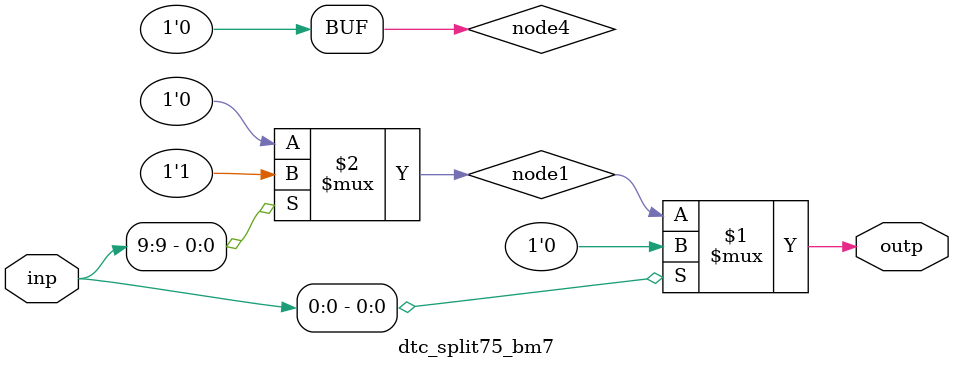
<source format=v>
module dtc_split75_bm7 (
	input  wire [12-1:0] inp,
	output wire [1-1:0] outp
);

	wire [1-1:0] node1;
	wire [1-1:0] node4;

	assign outp = (inp[0]) ? node4 : node1;
		assign node1 = (inp[9]) ? 1'b1 : 1'b0;
		assign node4 = (inp[4]) ? 1'b0 : 1'b0;

endmodule
</source>
